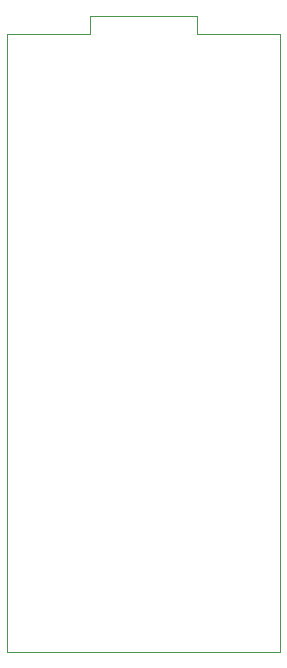
<source format=gbr>
%TF.GenerationSoftware,KiCad,Pcbnew,8.0.8+1*%
%TF.CreationDate,2025-01-27T22:00:13-08:00*%
%TF.ProjectId,pico-logic-analyzer,7069636f-2d6c-46f6-9769-632d616e616c,rev?*%
%TF.SameCoordinates,Original*%
%TF.FileFunction,Other,User*%
%FSLAX46Y46*%
G04 Gerber Fmt 4.6, Leading zero omitted, Abs format (unit mm)*
G04 Created by KiCad (PCBNEW 8.0.8+1) date 2025-01-27 22:00:13*
%MOMM*%
%LPD*%
G01*
G04 APERTURE LIST*
%ADD10C,0.050000*%
G04 APERTURE END LIST*
D10*
%TO.C,A2*%
X172190000Y-52120000D02*
X179230000Y-52120000D01*
X179230000Y-104420000D01*
X156150000Y-104420000D01*
X156150000Y-52120000D01*
X163190000Y-52120000D01*
X163190000Y-50570000D01*
X172190000Y-50570000D01*
X172190000Y-52120000D01*
%TD*%
M02*

</source>
